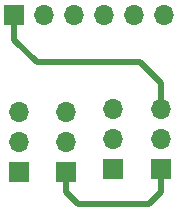
<source format=gbr>
%TF.GenerationSoftware,KiCad,Pcbnew,7.0.2*%
%TF.CreationDate,2024-03-22T08:16:18+01:00*%
%TF.ProjectId,NB_Iot,4e425f49-6f74-42e6-9b69-6361645f7063,rev?*%
%TF.SameCoordinates,Original*%
%TF.FileFunction,Copper,L2,Bot*%
%TF.FilePolarity,Positive*%
%FSLAX46Y46*%
G04 Gerber Fmt 4.6, Leading zero omitted, Abs format (unit mm)*
G04 Created by KiCad (PCBNEW 7.0.2) date 2024-03-22 08:16:18*
%MOMM*%
%LPD*%
G01*
G04 APERTURE LIST*
%TA.AperFunction,ComponentPad*%
%ADD10R,1.700000X1.700000*%
%TD*%
%TA.AperFunction,ComponentPad*%
%ADD11O,1.700000X1.700000*%
%TD*%
%TA.AperFunction,Conductor*%
%ADD12C,0.500000*%
%TD*%
G04 APERTURE END LIST*
D10*
%TO.P,J4,1,Pin_1*%
%TO.N,Net-(J1-Pin_1)*%
X133000000Y-65080000D03*
D11*
%TO.P,J4,2,Pin_2*%
%TO.N,Net-(J4-Pin_2)*%
X133000000Y-62540000D03*
%TO.P,J4,3,Pin_3*%
%TO.N,Net-(J2-Pin_4)*%
X133000000Y-60000000D03*
%TD*%
D10*
%TO.P,J1,1,Pin_1*%
%TO.N,Net-(J1-Pin_1)*%
X125000000Y-65260000D03*
D11*
%TO.P,J1,2,Pin_2*%
%TO.N,Net-(J1-Pin_2)*%
X125000000Y-62720000D03*
%TO.P,J1,3,Pin_3*%
%TO.N,Net-(J1-Pin_3)*%
X125000000Y-60180000D03*
%TD*%
D10*
%TO.P,J2,1,Pin_1*%
%TO.N,Net-(J2-Pin_1)*%
X124620000Y-51990000D03*
D11*
%TO.P,J2,2,Pin_2*%
%TO.N,Net-(J1-Pin_3)*%
X127160000Y-51990000D03*
%TO.P,J2,3,Pin_3*%
%TO.N,Net-(J2-Pin_3)*%
X129700000Y-51990000D03*
%TO.P,J2,4,Pin_4*%
%TO.N,Net-(J2-Pin_4)*%
X132240000Y-51990000D03*
%TO.P,J2,5,Pin_5*%
%TO.N,unconnected-(J2-Pin_5-Pad5)*%
X134780000Y-51990000D03*
%TO.P,J2,6,Pin_6*%
%TO.N,unconnected-(J2-Pin_6-Pad6)*%
X137320000Y-51990000D03*
%TD*%
D10*
%TO.P,J5,1,Pin_1*%
%TO.N,Net-(J3-Pin_1)*%
X137000000Y-65080000D03*
D11*
%TO.P,J5,2,Pin_2*%
%TO.N,Net-(J4-Pin_2)*%
X137000000Y-62540000D03*
%TO.P,J5,3,Pin_3*%
%TO.N,Net-(J2-Pin_1)*%
X137000000Y-60000000D03*
%TD*%
D10*
%TO.P,J3,1,Pin_1*%
%TO.N,Net-(J3-Pin_1)*%
X129000000Y-65260000D03*
D11*
%TO.P,J3,2,Pin_2*%
%TO.N,Net-(J1-Pin_2)*%
X129000000Y-62720000D03*
%TO.P,J3,3,Pin_3*%
%TO.N,Net-(J2-Pin_3)*%
X129000000Y-60180000D03*
%TD*%
D12*
%TO.N,Net-(J2-Pin_1)*%
X126540000Y-56000000D02*
X124620000Y-54080000D01*
X137000000Y-60000000D02*
X137000000Y-57720000D01*
X135280000Y-56000000D02*
X126540000Y-56000000D01*
X137000000Y-57720000D02*
X135280000Y-56000000D01*
X124620000Y-54080000D02*
X124620000Y-51990000D01*
%TO.N,Net-(J3-Pin_1)*%
X130000000Y-68000000D02*
X135990000Y-68000000D01*
X137000000Y-66990000D02*
X137000000Y-65080000D01*
X129000000Y-65260000D02*
X129000000Y-67000000D01*
X135990000Y-68000000D02*
X137000000Y-66990000D01*
X129000000Y-67000000D02*
X130000000Y-68000000D01*
%TD*%
M02*

</source>
